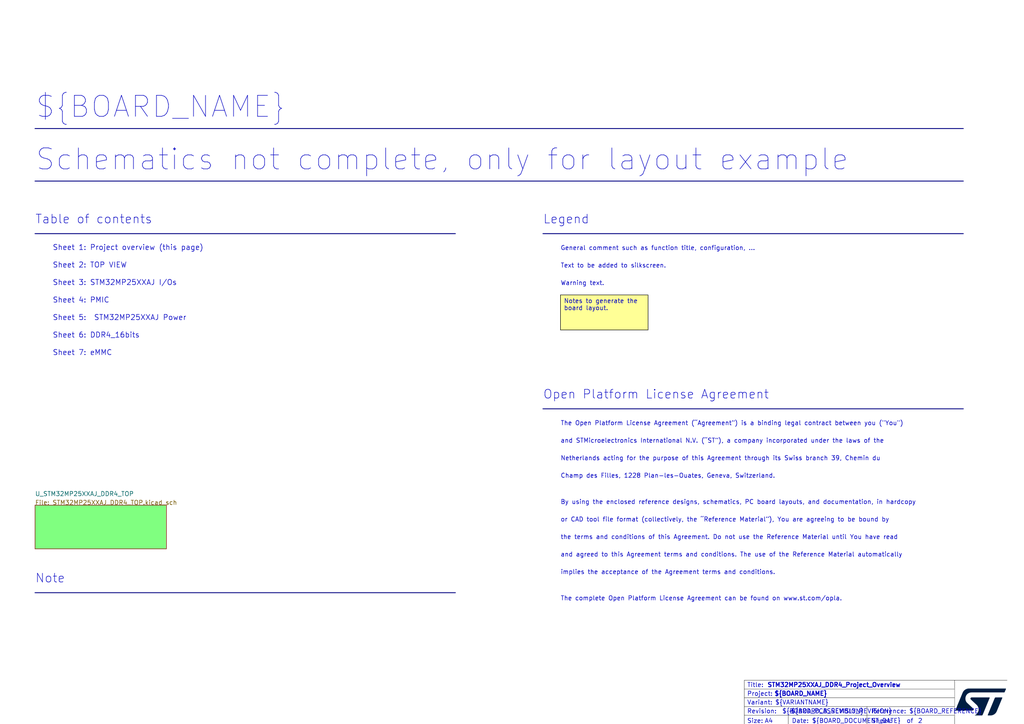
<source format=kicad_sch>
(kicad_sch (version 20250114) (generator "eeschema") (generator_version "9.0")
  (paper "A4")
  (title_block (title "STM32MP25XXAJ_DDR4_Project_Overview") (date "Not used") (rev "Not used") (company "STMicroelectronics"))
  (lib_symbols)
  (text "or CAD tool file format (collectively, the “Reference Material”), You are agreeing to be bound by" (at 162.56 151.5872 0) (effects (font (size 1.27 1.27)) (justify left bottom)))
  (text "${##}" (at 266.192 210.0072 0) (effects (font (size 1.27 1.27)) (justify left bottom)))
  (text "Sheet 4: PMIC" (at 15.24 88.0872 0) (effects (font (size 1.524 1.524)) (justify left bottom)))
  (text "${BOARD_DOCUMENT_DATE}" (at 235.458 210.0072 0) (effects (font (size 1.27 1.27)) (justify left bottom)))
  (text "The complete Open Platform License Agreement can be found on www.st.com/opla." (at 162.56 174.4472 0) (effects (font (size 1.27 1.27)) (justify left bottom)))
  (text "${#}" (at 259.588 210.0072 0) (effects (font (size 1.27 1.27)) (justify left bottom)))
  (text "Sheet:" (at 252.73 210.0072 0) (effects (font (size 1.27 1.27)) (justify left bottom)))
  (text "Open Platform License Agreement" (at 157.48 116.0272 0) (effects (font (size 2.54 2.54)) (justify left bottom)))
  (text "${BOARD_PCB_REVISION}" (at 226.822 207.2132 0) (effects (font (size 1.27 1.27)) (justify left bottom)))
  (text "Title:" (at 216.662 199.5932 0) (effects (font (size 1.27 1.27)) (justify left bottom)))
  (text "Sheet 6: DDR4_16bits" (at 15.24 98.2472 0) (effects (font (size 1.524 1.524)) (justify left bottom)))
  (text "Reference:" (at 252.73 207.2132 0) (effects (font (size 1.27 1.27)) (justify left bottom)))
  (text "Schematics not complete, only for layout example" (at 10.16 49.9872 0) (effects (font (size 6.096 6.096)) (justify left bottom)))
  (text "${VARIANTNAME}" (at 224.79 204.6732 0) (effects (font (size 1.27 1.27)) (justify left bottom)))
  (text "Sheet 2: TOP VIEW" (at 15.24 77.9272 0) (effects (font (size 1.524 1.524)) (justify left bottom)))
  (text "${TITLE}" (at 222.504 199.5932 0) (effects (font (size 1.27 1.27) (thickness 0.254) (bold yes)) (justify left bottom)))
  (text "Legend" (at 157.48 65.2272 0) (effects (font (size 2.54 2.54)) (justify left bottom)))
  (text "${BOARD_NAME}" (at 10.16 34.7472 0) (effects (font (size 6.096 6.096)) (justify left bottom)))
  (text "Project:" (at 216.662 202.1332 0) (effects (font (size 1.27 1.27)) (justify left bottom)))
  (text "and STMicroelectronics International N.V. (“ST”), a company incorporated under the laws of the" (at 162.56 128.7272 0) (effects (font (size 1.27 1.27)) (justify left bottom)))
  (text "Netherlands acting for the purpose of this Agreement through its Swiss branch 39, Chemin du" (at 162.56 133.8072 0) (effects (font (size 1.27 1.27)) (justify left bottom)))
  (text "By using the enclosed reference designs, schematics, PC board layouts, and documentation, in hardcopy" (at 162.56 146.5072 0) (effects (font (size 1.27 1.27)) (justify left bottom)))
  (text "Note" (at 10.16 169.3672 0) (effects (font (size 2.54 2.54)) (justify left bottom)))
  (text "Champ des Filles, 1228 Plan-les-Ouates, Geneva, Switzerland." (at 162.56 138.8872 0) (effects (font (size 1.27 1.27)) (justify left bottom)))
  (text "Size:" (at 216.662 210.0072 0) (effects (font (size 1.27 1.27)) (justify left bottom)))
  (text "${BOARD_ASSEMBLY_REVISION}" (at 229.362 207.2132 0) (effects (font (size 1.27 1.27)) (justify left bottom)))
  (text "A4" (at 221.742 210.0072 0) (effects (font (size 1.27 1.27)) (justify left bottom)))
  (text "-" (at 228.6 207.2132 0) (effects (font (size 1.27 1.27)) (justify left bottom)))
  (text "implies the acceptance of the Agreement terms and conditions." (at 162.56 166.8272 0) (effects (font (size 1.27 1.27)) (justify left bottom)))
  (text "Date:" (at 229.616 210.0072 0) (effects (font (size 1.27 1.27)) (justify left bottom)))
  (text "Sheet 3: STM32MP25XXAJ I/Os" (at 15.24 83.0072 0) (effects (font (size 1.524 1.524)) (justify left bottom)))
  (text "Sheet 7: eMMC" (at 15.24 103.3272 0) (effects (font (size 1.524 1.524)) (justify left bottom)))
  (text "Table of contents" (at 10.16 65.2272 0) (effects (font (size 2.54 2.54)) (justify left bottom)))
  (text "Warning text." (at 162.56 83.0072 0) (effects (font (size 1.27 1.27)) (justify left bottom)))
  (text "General comment such as function title, configuration, ..." (at 162.56 72.8472 0) (effects (font (size 1.27 1.27)) (justify left bottom)))
  (text "${BOARD_REFERENCE}" (at 263.652 207.2132 0) (effects (font (size 1.27 1.27)) (justify left bottom)))
  (text "and agreed to this Agreement terms and conditions. The use of the Reference Material automatically" (at 162.56 161.7472 0) (effects (font (size 1.27 1.27)) (justify left bottom)))
  (text "Sheet 1: Project overview (this page)" (at 15.24 72.8472 0) (effects (font (size 1.524 1.524)) (justify left bottom)))
  (text "Variant:" (at 216.662 204.6732 0) (effects (font (size 1.27 1.27)) (justify left bottom)))
  (text "of" (at 262.89 210.0072 0) (effects (font (size 1.27 1.27)) (justify left bottom)))
  (text "Revision:" (at 216.662 207.2132 0) (effects (font (size 1.27 1.27)) (justify left bottom)))
  (text "the terms and conditions of this Agreement. Do not use the Reference Material until You have read" (at 162.56 156.6672 0) (effects (font (size 1.27 1.27)) (justify left bottom)))
  (text "The Open Platform License Agreement (“Agreement”) is a binding legal contract between you (\"You\")" (at 162.56 123.6472 0) (effects (font (size 1.27 1.27)) (justify left bottom)))
  (text "Text to be added to silkscreen." (at 162.56 77.9272 0) (effects (font (size 1.27 1.27)) (justify left bottom)))
  (text "Sheet 5:  STM32MP25XXAJ Power" (at 15.24 93.1672 0) (effects (font (size 1.524 1.524)) (justify left bottom)))
  (text "${BOARD_NAME}" (at 224.536 202.1332 0) (effects (font (size 1.27 1.27) (thickness 0.254) (bold yes)) (justify left bottom)))
  (text_box "Notes to generate the board layout." (at 187.96 85.5472 0) (size -25.4 10.16) (margins 0.9525 0.9525 0.9525 0.9525) (stroke (width 0) (color 0 0 0 1)) (fill (type color) (color 255 255 150 1)) (effects (font (size 1.27 1.27)) (justify left top)))
  (polyline (pts (xy 215.9 202.3872) (xy 276.86 202.3872)) (stroke (width 0.0254) (type solid) (color 0 0 0 1)))
  (polyline (pts (xy 215.9 207.4672) (xy 276.86 207.4672)) (stroke (width 0.0254) (type solid) (color 0 0 0 1)))
  (polyline (pts (xy 157.48 67.7672) (xy 279.4 67.7672)) (stroke (width 0.254) (type solid) (color 0 0 128 1)))
  (polyline (pts (xy 276.86 199.8472) (xy 215.9 199.8472)) (stroke (width 0.0254) (type solid) (color 0 0 0 1)))
  (polyline (pts (xy 251.46 204.9272) (xy 251.46 210.0072)) (stroke (width 0.0254) (type solid) (color 0 0 0 1)))
  (polyline (pts (xy 215.9 197.3072) (xy 215.9 210.0072)) (stroke (width 0.0254) (type solid) (color 0 0 0 1)))
  (polyline (pts (xy 10.16 37.2872) (xy 279.4 37.2872)) (stroke (width 0.254) (type solid) (color 0 0 128 1)))
  (polyline (pts (xy 157.48 118.5672) (xy 279.4 118.5672)) (stroke (width 0.254) (type solid) (color 0 0 128 1)))
  (polyline (pts (xy 215.9 204.9272) (xy 276.86 204.9272)) (stroke (width 0.0254) (type solid) (color 0 0 0 1)))
  (polyline (pts (xy 10.16 171.9072) (xy 132.08 171.9072)) (stroke (width 0.254) (type solid) (color 0 0 128 1)))
  (polyline (pts (xy 10.16 52.5272) (xy 279.4 52.5272)) (stroke (width 0.254) (type solid) (color 0 0 128 1)))
  (polyline (pts (xy 10.16 67.7672) (xy 132.08 67.7672)) (stroke (width 0.254) (type solid) (color 0 0 128 1)))
  (polyline (pts (xy 292.1 197.3072) (xy 215.9 197.3072)) (stroke (width 0.0254) (type solid) (color 0 0 0 1)))
  (polyline (pts (xy 276.86 197.3072) (xy 276.86 210.0072)) (stroke (width 0.0254) (type solid) (color 0 0 0 1)))
  (polyline (pts (xy 228.6 207.4672) (xy 228.6 210.0072)) (stroke (width 0.0254) (type solid) (color 0 0 0 1)))
  (image (at 284.442 203.6397) (scale 0.0686606))
  (sheet (at 10.16 146.5072) (size 38.1 12.7) (stroke (width 0) (color 128 0 0 1)) (fill (color 128 255 128 1.0000))
    (property "Sheetname" "U_STM32MP25XXAJ_DDR4_TOP" (at 10.16 143.9672 0) (effects (justify left bottom)))
    (property "Sheetfile" "STM32MP25XXAJ_DDR4_TOP.kicad_sch" (at 10.16 146.5072 0) (effects (justify left bottom)))
  )
)
</source>
